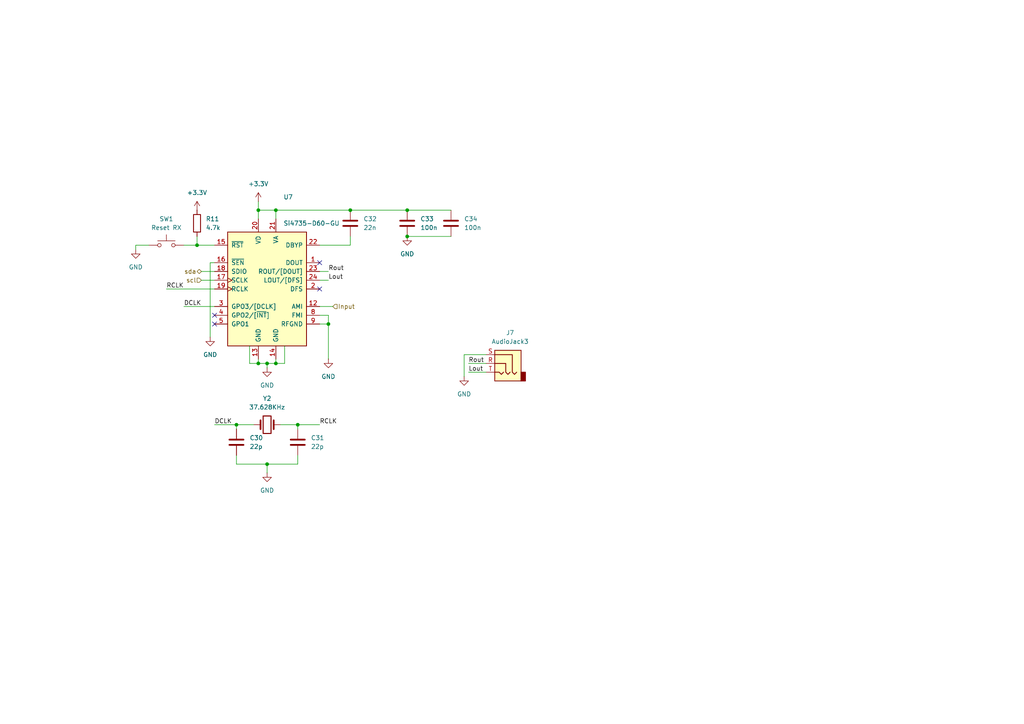
<source format=kicad_sch>
(kicad_sch (version 20231120) (generator "eeschema") (generator_version "8.0")
  (paper "A4")
  (title_block (rev "1"))
  (lib_symbols
    (symbol "Connector_Audio:AudioJack3"
      (property "Reference" "J" (at 0 8.89 0))
      (property "Value" "AudioJack3" (at 0 6.35 0))
      (symbol "AudioJack3_0_1"
        (rectangle (start -5.08 -5.08) (end -6.35 -2.54) (stroke (width 0.254)) (fill (type outline)))
        (polyline (pts (xy 0 -2.54) (xy 0.635 -3.175) (xy 1.27 -2.54) (xy 2.54 -2.54)) (stroke (width 0.254)))
        (polyline (pts (xy -1.905 -2.54) (xy -1.27 -3.175) (xy -0.635 -2.54) (xy -0.635 0) (xy 2.54 0)) (stroke (width 0.254)))
        (polyline (pts (xy 2.54 2.54) (xy -2.54 2.54) (xy -2.54 -2.54) (xy -3.175 -3.175) (xy -3.81 -2.54)) (stroke (width 0.254)))
        (rectangle (start 2.54 3.81) (end -5.08 -5.08) (stroke (width 0.254)) (fill (type background)))
      )
      (symbol "AudioJack3_1_1"
        (pin passive line (at 5.08 0 180) (length 2.54) (name "~") (number "R"))
        (pin passive line (at 5.08 2.54 180) (length 2.54) (name "~") (number "S"))
        (pin passive line (at 5.08 -2.54 180) (length 2.54) (name "~") (number "T"))
      )
    )
    (symbol "Device:C" (pin_numbers hide) (pin_names (offset 0.254))
      (property "Reference" "C" (at 0.635 2.54 0))
      (property "Value" "C" (at 0.635 -2.54 0))
      (symbol "C_0_1"
        (polyline (pts (xy -2.032 -0.762) (xy 2.032 -0.762)) (stroke (width 0.508)))
        (polyline (pts (xy -2.032 0.762) (xy 2.032 0.762)) (stroke (width 0.508)))
      )
      (symbol "C_1_1"
        (pin passive line (at 0 3.81 270) (length 2.794) (name "~") (number "1"))
        (pin passive line (at 0 -3.81 90) (length 2.794) (name "~") (number "2"))
      )
    )
    (symbol "Device:Crystal" (pin_numbers hide) (pin_names (offset 1.016) hide)
      (property "Reference" "Y" (at 0 3.81 0))
      (property "Value" "Crystal" (at 0 -3.81 0))
      (symbol "Crystal_0_1"
        (rectangle (start -1.143 2.54) (end 1.143 -2.54) (stroke (width 0.3048)))
        (polyline (pts (xy -2.54 0) (xy -1.905 0)))
        (polyline (pts (xy -1.905 -1.27) (xy -1.905 1.27)) (stroke (width 0.508)))
        (polyline (pts (xy 1.905 -1.27) (xy 1.905 1.27)) (stroke (width 0.508)))
        (polyline (pts (xy 2.54 0) (xy 1.905 0)))
      )
      (symbol "Crystal_1_1"
        (pin passive line (at -3.81 0 0) (length 1.27) (name "1") (number "1"))
        (pin passive line (at 3.81 0 180) (length 1.27) (name "2") (number "2"))
      )
    )
    (symbol "Device:R" (pin_numbers hide) (pin_names (offset 0))
      (property "Reference" "R" (at 2.032 0 90))
      (property "Value" "R" (at 0 0 90))
      (symbol "R_0_1"
        (rectangle (start -1.016 -2.54) (end 1.016 2.54) (stroke (width 0.254)))
      )
      (symbol "R_1_1"
        (pin passive line (at 0 3.81 270) (length 1.27) (name "~") (number "1"))
        (pin passive line (at 0 -3.81 90) (length 1.27) (name "~") (number "2"))
      )
    )
    (symbol "RF_AM_FM:Si4735-D60-GU" (pin_names (offset 1.016))
      (property "Reference" "U" (at -5.08 19.685 0))
      (property "Value" "Si4735-D60-GU" (at -5.08 17.78 0))
      (symbol "Si4735-D60-GU_0_1"
        (rectangle (start 11.43 16.51) (end -11.43 -16.51) (stroke (width 0.254)) (fill (type background)))
      )
      (symbol "Si4735-D60-GU_1_1"
        (pin output line (at 15.24 7.62 180) (length 3.81) (name "DOUT") (number "1"))
        (pin no_connect line (at -5.08 -16.51 90) (length 3.81) hide (name "NC") (number "10"))
        (pin no_connect line (at 5.08 -16.51 90) (length 3.81) hide (name "NC") (number "11"))
        (pin input line (at 15.24 -5.08 180) (length 3.81) (name "AMI") (number "12"))
        (pin power_in line (at -2.54 -20.32 90) (length 3.81) (name "GND") (number "13"))
        (pin power_in line (at 2.54 -20.32 90) (length 3.81) (name "GND") (number "14"))
        (pin input line (at -15.24 12.7 0) (length 3.81) (name "~{RST}") (number "15"))
        (pin input line (at -15.24 7.62 0) (length 3.81) (name "~{SEN}") (number "16"))
        (pin input clock (at -15.24 2.54 0) (length 3.81) (name "SCLK") (number "17"))
        (pin bidirectional line (at -15.24 5.08 0) (length 3.81) (name "SDIO") (number "18"))
        (pin input clock (at -15.24 0 0) (length 3.81) (name "RCLK") (number "19"))
        (pin input line (at 15.24 0 180) (length 3.81) (name "DFS") (number "2"))
        (pin power_in line (at -2.54 20.32 270) (length 3.81) (name "VD") (number "20"))
        (pin power_in line (at 2.54 20.32 270) (length 3.81) (name "VA") (number "21"))
        (pin passive line (at 15.24 12.7 180) (length 3.81) (name "DBYP") (number "22"))
        (pin output line (at 15.24 5.08 180) (length 3.81) (name "ROUT/[DOUT]") (number "23"))
        (pin bidirectional line (at 15.24 2.54 180) (length 3.81) (name "LOUT/[DFS]") (number "24"))
        (pin bidirectional line (at -15.24 -5.08 0) (length 3.81) (name "GPO3/[DCLK]") (number "3"))
        (pin output line (at -15.24 -7.62 0) (length 3.81) (name "GPO2/[~{INT}]") (number "4"))
        (pin output line (at -15.24 -10.16 0) (length 3.81) (name "GPO1") (number "5"))
        (pin no_connect line (at -11.43 -12.7 0) (length 3.81) hide (name "NC") (number "6"))
        (pin no_connect line (at 11.43 -12.7 180) (length 3.81) hide (name "NC") (number "7"))
        (pin input line (at 15.24 -7.62 180) (length 3.81) (name "FMI") (number "8"))
        (pin power_in line (at 15.24 -10.16 180) (length 3.81) (name "RFGND") (number "9"))
      )
    )
    (symbol "Switch:SW_Push" (pin_numbers hide) (pin_names (offset 1.016) hide)
      (property "Reference" "SW" (at 1.27 2.54 0))
      (property "Value" "SW_Push" (at 0 -1.524 0))
      (symbol "SW_Push_0_1"
        (circle (center -2.032 0) (radius 0.508))
        (polyline (pts (xy 0 1.27) (xy 0 3.048)))
        (polyline (pts (xy 2.54 1.27) (xy -2.54 1.27)))
        (circle (center 2.032 0) (radius 0.508))
        (pin passive line (at -5.08 0 0) (length 2.54) (name "1") (number "1"))
        (pin passive line (at 5.08 0 180) (length 2.54) (name "2") (number "2"))
      )
    )
    (symbol "power:+3.3V" (power) (pin_numbers hide) (pin_names (offset 0) hide)
      (property "Value" "+3.3V" (at 0 3.556 0))
      (symbol "+3.3V_0_1"
        (polyline (pts (xy -0.762 1.27) (xy 0 2.54)))
        (polyline (pts (xy 0 0) (xy 0 2.54)))
        (polyline (pts (xy 0 2.54) (xy 0.762 1.27)))
      )
      (symbol "+3.3V_1_1"
        (pin power_in line (at 0 0 90) (length 0) (name "~") (number "1"))
      )
    )
    (symbol "power:GND" (power) (pin_numbers hide) (pin_names (offset 0) hide)
      (property "Value" "GND" (at 0 -3.81 0))
      (symbol "GND_0_1"
        (polyline (pts (xy 0 0) (xy 0 -1.27) (xy 1.27 -1.27) (xy 0 -2.54) (xy -1.27 -1.27) (xy 0 -1.27)))
      )
      (symbol "GND_1_1"
        (pin power_in line (at 0 0 270) (length 0) (name "~") (number "1"))
      )
    )
  )
  (junction (at 68.58 123.19))
  (junction (at 57.15 71.12))
  (junction (at 118.11 60.96))
  (junction (at 80.01 60.96))
  (junction (at 74.93 60.96))
  (junction (at 80.01 105.41))
  (junction (at 77.47 105.41))
  (junction (at 77.47 134.62))
  (junction (at 74.93 105.41))
  (junction (at 86.36 123.19))
  (junction (at 118.11 68.58))
  (junction (at 95.25 93.98))
  (junction (at 101.6 60.96))
  (no_connect (at 62.23 91.44))
  (no_connect (at 92.71 83.82))
  (no_connect (at 62.23 93.98))
  (no_connect (at 92.71 76.2))
  (wire (pts (xy 77.47 134.62) (xy 86.36 134.62)))
  (wire (pts (xy 118.11 68.58) (xy 130.81 68.58)))
  (wire (pts (xy 95.25 93.98) (xy 95.25 104.14)))
  (wire (pts (xy 74.93 60.96) (xy 80.01 60.96)))
  (wire (pts (xy 77.47 134.62) (xy 77.47 137.16)))
  (wire (pts (xy 80.01 105.41) (xy 80.01 104.14)))
  (wire (pts (xy 86.36 123.19) (xy 86.36 124.46)))
  (wire (pts (xy 101.6 60.96) (xy 118.11 60.96)))
  (wire (pts (xy 58.42 81.28) (xy 62.23 81.28)))
  (wire (pts (xy 48.26 83.82) (xy 62.23 83.82)))
  (wire (pts (xy 95.25 93.98) (xy 92.71 93.98)))
  (wire (pts (xy 57.15 71.12) (xy 62.23 71.12)))
  (wire (pts (xy 81.28 123.19) (xy 86.36 123.19)))
  (wire (pts (xy 92.71 81.28) (xy 95.25 81.28)))
  (wire (pts (xy 86.36 123.19) (xy 92.71 123.19)))
  (wire (pts (xy 72.39 105.41) (xy 74.93 105.41)))
  (wire (pts (xy 39.37 72.39) (xy 39.37 71.12)))
  (wire (pts (xy 80.01 60.96) (xy 80.01 63.5)))
  (wire (pts (xy 68.58 123.19) (xy 68.58 124.46)))
  (wire (pts (xy 118.11 60.96) (xy 130.81 60.96)))
  (wire (pts (xy 82.55 100.33) (xy 82.55 105.41)))
  (wire (pts (xy 95.25 91.44) (xy 95.25 93.98)))
  (wire (pts (xy 68.58 123.19) (xy 73.66 123.19)))
  (wire (pts (xy 53.34 88.9) (xy 62.23 88.9)))
  (wire (pts (xy 60.96 97.79) (xy 60.96 76.2)))
  (wire (pts (xy 74.93 60.96) (xy 74.93 63.5)))
  (wire (pts (xy 74.93 105.41) (xy 74.93 104.14)))
  (wire (pts (xy 60.96 76.2) (xy 62.23 76.2)))
  (wire (pts (xy 101.6 71.12) (xy 92.71 71.12)))
  (wire (pts (xy 135.89 107.95) (xy 140.97 107.95)))
  (wire (pts (xy 58.42 78.74) (xy 62.23 78.74)))
  (wire (pts (xy 80.01 105.41) (xy 77.47 105.41)))
  (wire (pts (xy 92.71 78.74) (xy 95.25 78.74)))
  (wire (pts (xy 80.01 60.96) (xy 101.6 60.96)))
  (wire (pts (xy 57.15 68.58) (xy 57.15 71.12)))
  (wire (pts (xy 62.23 123.19) (xy 68.58 123.19)))
  (wire (pts (xy 135.89 105.41) (xy 140.97 105.41)))
  (wire (pts (xy 101.6 68.58) (xy 101.6 71.12)))
  (wire (pts (xy 74.93 105.41) (xy 77.47 105.41)))
  (wire (pts (xy 68.58 132.08) (xy 68.58 134.62)))
  (wire (pts (xy 86.36 134.62) (xy 86.36 132.08)))
  (wire (pts (xy 74.93 58.42) (xy 74.93 60.96)))
  (wire (pts (xy 77.47 105.41) (xy 77.47 106.68)))
  (wire (pts (xy 39.37 71.12) (xy 43.18 71.12)))
  (wire (pts (xy 53.34 71.12) (xy 57.15 71.12)))
  (wire (pts (xy 92.71 88.9) (xy 96.52 88.9)))
  (wire (pts (xy 140.97 102.87) (xy 134.62 102.87)))
  (wire (pts (xy 82.55 105.41) (xy 80.01 105.41)))
  (wire (pts (xy 72.39 100.33) (xy 72.39 105.41)))
  (wire (pts (xy 92.71 91.44) (xy 95.25 91.44)))
  (wire (pts (xy 68.58 134.62) (xy 77.47 134.62)))
  (wire (pts (xy 134.62 102.87) (xy 134.62 109.22)))
  (label "DCLK" (at 53.34 88.9 0))
  (label "Lout" (at 95.25 81.28 0))
  (label "Rout" (at 135.89 105.41 0))
  (label "RCLK" (at 92.71 123.19 0))
  (label "Rout" (at 95.25 78.74 0))
  (label "DCLK" (at 62.23 123.19 0))
  (label "Lout" (at 135.89 107.95 0))
  (label "RCLK" (at 48.26 83.82 0))
  (hierarchical_label "Input" (shape input) (at 96.52 88.9 0))
  (hierarchical_label "sda" (shape bidirectional) (at 58.42 78.74 180))
  (hierarchical_label "scl" (shape input) (at 58.42 81.28 180))
  (symbol (lib_id "Device:R") (at 57.15 64.77 0) (unit 1)
    (property "Reference" "R11" (at 59.69 63.4999 0) (effects (justify left)))
    (property "Value" "4.7k" (at 59.69 66.0399 0) (effects (justify left)))
    (property "Footprint" "Resistor_SMD:R_0603_1608Metric" (effects (hide yes)))
    (property "Description" "Resistor" (effects (hide yes)))
  )
  (symbol (lib_id "power:GND") (at 77.47 137.16 0) (unit 1)
    (property "Reference" "#PWR069" (effects (hide yes)))
    (property "Value" "GND" (at 77.47 142.24 0))
    (property "Description" "Power symbol creates a global label with name \"GND\" , ground" (effects (hide yes)))
  )
  (symbol (lib_id "power:GND") (at 95.25 104.14 0) (unit 1)
    (property "Reference" "#PWR070" (effects (hide yes)))
    (property "Value" "GND" (at 95.25 109.22 0))
    (property "Description" "Power symbol creates a global label with name \"GND\" , ground" (effects (hide yes)))
  )
  (symbol (lib_id "power:+3.3V") (at 57.15 60.96 0) (unit 1)
    (property "Reference" "#PWR065" (effects (hide yes)))
    (property "Value" "+3.3V" (at 57.15 55.88 0))
    (property "Description" "Power symbol creates a global label with name \"+3.3V\"" (effects (hide yes)))
  )
  (symbol (lib_id "Device:C") (at 130.81 64.77 0) (unit 1)
    (property "Reference" "C34" (at 134.62 63.4999 0) (effects (justify left)))
    (property "Value" "100n" (at 134.62 66.0399 0) (effects (justify left)))
    (property "Footprint" "Capacitor_SMD:C_0603_1608Metric" (effects (hide yes)))
    (property "Description" "Unpolarized capacitor" (effects (hide yes)))
  )
  (symbol (lib_id "power:GND") (at 60.96 97.79 0) (unit 1)
    (property "Reference" "#PWR066" (effects (hide yes)))
    (property "Value" "GND" (at 60.96 102.87 0))
    (property "Description" "Power symbol creates a global label with name \"GND\" , ground" (effects (hide yes)))
  )
  (symbol (lib_id "Device:C") (at 68.58 128.27 0) (unit 1)
    (property "Reference" "C30" (at 72.39 126.9999 0) (effects (justify left)))
    (property "Value" "22p" (at 72.39 129.5399 0) (effects (justify left)))
    (property "Footprint" "Capacitor_SMD:C_0603_1608Metric" (effects (hide yes)))
    (property "Description" "Unpolarized capacitor" (effects (hide yes)))
  )
  (symbol (lib_id "Switch:SW_Push") (at 48.26 71.12 0) (unit 1)
    (property "Reference" "SW1" (at 48.26 63.5 0))
    (property "Value" "Reset RX" (at 48.26 66.04 0))
    (property "Description" "Push button switch, generic, two pins" (effects (hide yes)))
  )
  (symbol (lib_id "Device:C") (at 101.6 64.77 0) (unit 1)
    (property "Reference" "C32" (at 105.41 63.4999 0) (effects (justify left)))
    (property "Value" "22n" (at 105.41 66.0399 0) (effects (justify left)))
    (property "Footprint" "Capacitor_SMD:C_0603_1608Metric" (effects (hide yes)))
    (property "Description" "Unpolarized capacitor" (effects (hide yes)))
  )
  (symbol (lib_id "power:GND") (at 77.47 106.68 0) (unit 1)
    (property "Reference" "#PWR068" (effects (hide yes)))
    (property "Value" "GND" (at 77.47 111.76 0))
    (property "Description" "Power symbol creates a global label with name \"GND\" , ground" (effects (hide yes)))
  )
  (symbol (lib_id "Device:C") (at 86.36 128.27 0) (unit 1)
    (property "Reference" "C31" (at 90.17 126.9999 0) (effects (justify left)))
    (property "Value" "22p" (at 90.17 129.5399 0) (effects (justify left)))
    (property "Footprint" "Capacitor_SMD:C_0603_1608Metric" (effects (hide yes)))
    (property "Description" "Unpolarized capacitor" (effects (hide yes)))
  )
  (symbol (lib_id "Connector_Audio:AudioJack3") (at 146.05 105.41 0) (mirror y) (unit 1)
    (property "Reference" "J7" (at 147.955 96.52 0))
    (property "Value" "AudioJack3" (at 147.955 99.06 0))
    (property "Description" "Audio Jack, 3 Poles (Stereo / TRS)" (effects (hide yes)))
  )
  (symbol (lib_id "power:+3.3V") (at 74.93 58.42 0) (unit 1)
    (property "Reference" "#PWR067" (effects (hide yes)))
    (property "Value" "+3.3V" (at 74.93 53.34 0))
    (property "Description" "Power symbol creates a global label with name \"+3.3V\"" (effects (hide yes)))
  )
  (symbol (lib_id "RF_AM_FM:Si4735-D60-GU") (at 77.47 83.82 0) (unit 1)
    (property "Reference" "U7" (at 82.2041 57.15 0) (effects (justify left)))
    (property "Value" "Si4735-D60-GU" (at 82.2041 64.77 0) (effects (justify left)))
    (property "Datasheet" "http://www.silabs.com/Support%20Documents/TechnicalDocs/Si4730-31-34-35-D60.pdf" (effects (hide yes)))
    (property "Description" "AM/FM/SW/LW Broadcast Radio Receiver with RDS/RBDS" (effects (hide yes)))
  )
  (symbol (lib_id "power:GND") (at 118.11 68.58 0) (unit 1)
    (property "Reference" "#PWR071" (effects (hide yes)))
    (property "Value" "GND" (at 118.11 73.66 0))
    (property "Description" "Power symbol creates a global label with name \"GND\" , ground" (effects (hide yes)))
  )
  (symbol (lib_id "Device:Crystal") (at 77.47 123.19 0) (unit 1)
    (property "Reference" "Y2" (at 77.47 115.57 0))
    (property "Value" "37.628KHz" (at 77.47 118.11 0))
    (property "Description" "Two pin crystal" (effects (hide yes)))
  )
  (symbol (lib_id "power:GND") (at 39.37 72.39 0) (unit 1)
    (property "Reference" "#PWR064" (effects (hide yes)))
    (property "Value" "GND" (at 39.37 77.47 0))
    (property "Description" "Power symbol creates a global label with name \"GND\" , ground" (effects (hide yes)))
  )
  (symbol (lib_id "Device:C") (at 118.11 64.77 0) (unit 1)
    (property "Reference" "C33" (at 121.92 63.4999 0) (effects (justify left)))
    (property "Value" "100n" (at 121.92 66.0399 0) (effects (justify left)))
    (property "Footprint" "Capacitor_SMD:C_0603_1608Metric" (effects (hide yes)))
    (property "Description" "Unpolarized capacitor" (effects (hide yes)))
  )
  (symbol (lib_id "power:GND") (at 134.62 109.22 0) (unit 1)
    (property "Reference" "#PWR072" (effects (hide yes)))
    (property "Value" "GND" (at 134.62 114.3 0))
    (property "Description" "Power symbol creates a global label with name \"GND\" , ground" (effects (hide yes)))
  )
)
</source>
